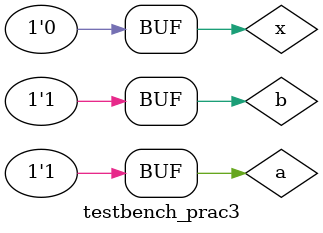
<source format=v>
module prac3 (y,a,b,x);
 
output y;
input a,b,x;
wire w1, w2, w3, w4, w5, w6;

and a1 (w1, a, x);
and a2 (w2, b, x);
or o1 (a, w1, w2);

not n1 (w3, a);
and a3 (b, w3, x);

or o2 (w4, a, b);
not n2 (w6, x);
and a4 (y, w4, w5);

endmodule

// Most. Sabrina Naorin Sumona
// ID 181472565

module testbench_prac3;

reg a,b,x;
wire y;
prac3 f(y,a,b,x);
initial 
begin
a = 1'b0; b = 1'b0; x = 1'b0;
#10; a = 1'b0; b = 1'b0; x = 1'b1;
#10; a = 1'b0; b = 1'b1; x = 1'b0;
#10; a = 1'b0; b = 1'b1; x = 1'b1;
#10; a = 1'b1; b = 1'b0; x = 1'b0;
#10; a = 1'b1; b = 1'b0; x = 1'b1;
#10; a = 1'b1; b = 1'b1; x = 1'b0;
end

endmodule

</source>
